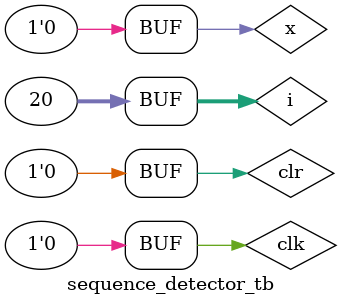
<source format=v>
module sequence_detector(y,x,clk,clr,state);
input x, clk, clr; 
output reg y; 
output reg [1:0] state=2'b0;
parameter A=2'b00,B=2'b01,C=2'b10,D=2'b11;

always @(posedge clk)
begin
	if(clr==1) state<=A;
	else
	begin
		if(x==0)
			case(state)
				A:state<=A;
                B:state<=A;
                C:state<=D;
                D:state<=A;
                endcase
                else
                case(state)
 				A:state<=B;
                B:state<=C;
                C:state<=C;
                D:state<=B;   
                endcase
                if((x==1)&&(state==D)) y<=1;
                else y<=0;
end 
end  
endmodule         
`timescale 1ns/1ps 
module sequence_detector_tb; 
wire y;
wire [1:0] state;
reg x=0; 
reg clk=0; 
reg clr=1; // clr is 1 active. when clr is 1, 91 and q2 are both O per the module's description above 
integer i; 
sequence_detector UUT(.y(y),.x(x),.clk(clk),.clr(clr),.state(state));
initial begin
for(i=0;i<20;i=i+1) begin
clk=~clk;
if(i>5&i<10) begin
clr=0; // release the DFFS
x=1; // it'll start changing states until state 10
 end 
 else if(i==11) x=0;//to change the state to 11 eventually 
 else if(i==12) x=1; 
 else x=0; 
 #10;
end
end
endmodule


</source>
